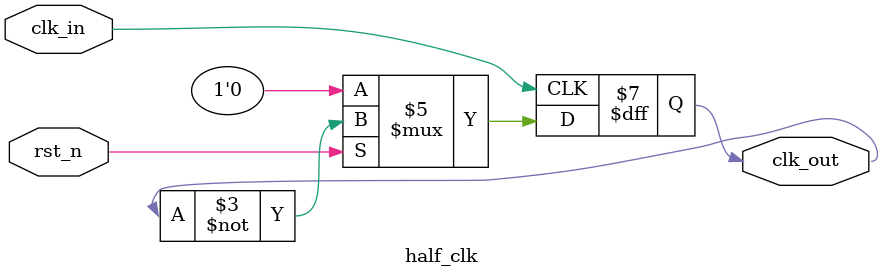
<source format=v>
module half_clk(
	input wire rst_n,
	input wire clk_in,
	output reg clk_out
);

always @(posedge clk_in)
	if (rst_n == 1'b0)
		clk_out = 1'b0;
	else
		clk_out = ~clk_out;

endmodule

</source>
